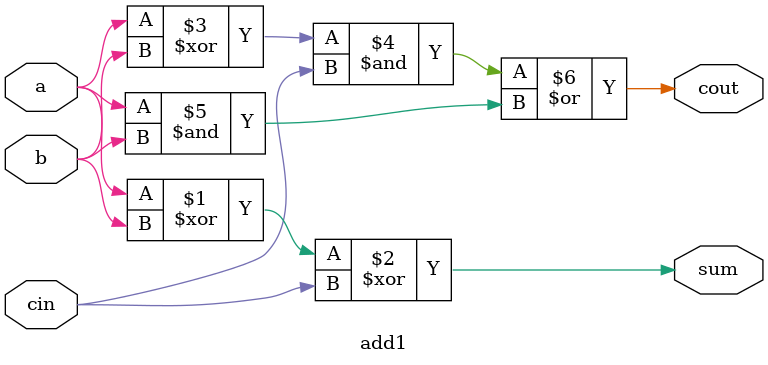
<source format=v>
module top_module (
    input [31:0] a,
    input [31:0] b,
    output [31:0] sum
);//

    wire [15:0] sum0,sum1;
    wire cout0;
    
    add16 inst0(a[15:0],b[15:0],1'b0,sum0,cout0); 
    add16 inst1(a[31:16],b[31:16],cout0,sum1);
    assign sum = {sum1,sum0};

endmodule

module add1 (input a,input b,input cin,output sum,output cout);

// Full adder module here
    assign sum = (a^b)^cin;
    assign cout = ((a^b)&cin)|(a&b);
endmodule

</source>
